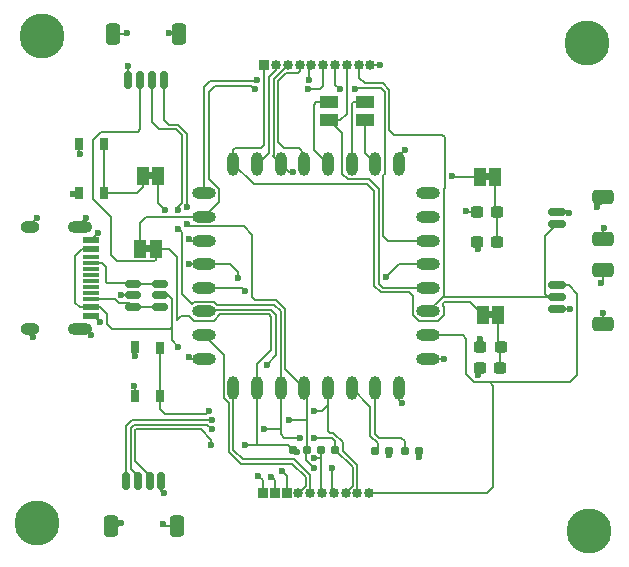
<source format=gbr>
%TF.GenerationSoftware,KiCad,Pcbnew,8.0.3*%
%TF.CreationDate,2024-10-14T16:47:46+01:00*%
%TF.ProjectId,nPM1300 kicad design,6e504d31-3330-4302-906b-696361642064,rev?*%
%TF.SameCoordinates,Original*%
%TF.FileFunction,Copper,L1,Top*%
%TF.FilePolarity,Positive*%
%FSLAX46Y46*%
G04 Gerber Fmt 4.6, Leading zero omitted, Abs format (unit mm)*
G04 Created by KiCad (PCBNEW 8.0.3) date 2024-10-14 16:47:46*
%MOMM*%
%LPD*%
G01*
G04 APERTURE LIST*
G04 Aperture macros list*
%AMRoundRect*
0 Rectangle with rounded corners*
0 $1 Rounding radius*
0 $2 $3 $4 $5 $6 $7 $8 $9 X,Y pos of 4 corners*
0 Add a 4 corners polygon primitive as box body*
4,1,4,$2,$3,$4,$5,$6,$7,$8,$9,$2,$3,0*
0 Add four circle primitives for the rounded corners*
1,1,$1+$1,$2,$3*
1,1,$1+$1,$4,$5*
1,1,$1+$1,$6,$7*
1,1,$1+$1,$8,$9*
0 Add four rect primitives between the rounded corners*
20,1,$1+$1,$2,$3,$4,$5,0*
20,1,$1+$1,$4,$5,$6,$7,0*
20,1,$1+$1,$6,$7,$8,$9,0*
20,1,$1+$1,$8,$9,$2,$3,0*%
G04 Aperture macros list end*
%TA.AperFunction,EtchedComponent*%
%ADD10C,0.000000*%
%TD*%
%TA.AperFunction,ComponentPad*%
%ADD11C,3.800000*%
%TD*%
%TA.AperFunction,SMDPad,CuDef*%
%ADD12RoundRect,0.150000X0.625000X-0.150000X0.625000X0.150000X-0.625000X0.150000X-0.625000X-0.150000X0*%
%TD*%
%TA.AperFunction,SMDPad,CuDef*%
%ADD13RoundRect,0.250000X0.650000X-0.350000X0.650000X0.350000X-0.650000X0.350000X-0.650000X-0.350000X0*%
%TD*%
%TA.AperFunction,SMDPad,CuDef*%
%ADD14RoundRect,0.160000X-0.197500X-0.160000X0.197500X-0.160000X0.197500X0.160000X-0.197500X0.160000X0*%
%TD*%
%TA.AperFunction,SMDPad,CuDef*%
%ADD15R,1.000000X1.500000*%
%TD*%
%TA.AperFunction,SMDPad,CuDef*%
%ADD16RoundRect,0.237500X0.300000X0.237500X-0.300000X0.237500X-0.300000X-0.237500X0.300000X-0.237500X0*%
%TD*%
%TA.AperFunction,SMDPad,CuDef*%
%ADD17R,0.650000X1.050000*%
%TD*%
%TA.AperFunction,SMDPad,CuDef*%
%ADD18RoundRect,0.150000X0.150000X0.625000X-0.150000X0.625000X-0.150000X-0.625000X0.150000X-0.625000X0*%
%TD*%
%TA.AperFunction,SMDPad,CuDef*%
%ADD19RoundRect,0.250000X0.350000X0.650000X-0.350000X0.650000X-0.350000X-0.650000X0.350000X-0.650000X0*%
%TD*%
%TA.AperFunction,SMDPad,CuDef*%
%ADD20O,2.000000X1.000000*%
%TD*%
%TA.AperFunction,SMDPad,CuDef*%
%ADD21O,1.000000X2.000000*%
%TD*%
%TA.AperFunction,SMDPad,CuDef*%
%ADD22R,1.450000X0.600000*%
%TD*%
%TA.AperFunction,SMDPad,CuDef*%
%ADD23R,1.450000X0.300000*%
%TD*%
%TA.AperFunction,ComponentPad*%
%ADD24O,2.100000X1.000000*%
%TD*%
%TA.AperFunction,ComponentPad*%
%ADD25O,1.600000X1.000000*%
%TD*%
%TA.AperFunction,SMDPad,CuDef*%
%ADD26R,1.500000X1.100000*%
%TD*%
%TA.AperFunction,SMDPad,CuDef*%
%ADD27RoundRect,0.150000X-0.150000X-0.625000X0.150000X-0.625000X0.150000X0.625000X-0.150000X0.625000X0*%
%TD*%
%TA.AperFunction,SMDPad,CuDef*%
%ADD28RoundRect,0.250000X-0.350000X-0.650000X0.350000X-0.650000X0.350000X0.650000X-0.350000X0.650000X0*%
%TD*%
%TA.AperFunction,SMDPad,CuDef*%
%ADD29RoundRect,0.150000X-0.512500X-0.150000X0.512500X-0.150000X0.512500X0.150000X-0.512500X0.150000X0*%
%TD*%
%TA.AperFunction,ComponentPad*%
%ADD30R,0.850000X0.850000*%
%TD*%
%TA.AperFunction,ComponentPad*%
%ADD31O,0.850000X0.850000*%
%TD*%
%TA.AperFunction,ViaPad*%
%ADD32C,0.600000*%
%TD*%
%TA.AperFunction,Conductor*%
%ADD33C,0.200000*%
%TD*%
G04 APERTURE END LIST*
D10*
%TA.AperFunction,EtchedComponent*%
%TO.C,JP4*%
G36*
X140050000Y-61100000D02*
G01*
X139550000Y-61100000D01*
X139550000Y-60500000D01*
X140050000Y-60500000D01*
X140050000Y-61100000D01*
G37*
%TD.AperFunction*%
%TA.AperFunction,EtchedComponent*%
%TO.C,JP1*%
G36*
X111500000Y-61000000D02*
G01*
X111000000Y-61000000D01*
X111000000Y-60400000D01*
X111500000Y-60400000D01*
X111500000Y-61000000D01*
G37*
%TD.AperFunction*%
%TA.AperFunction,EtchedComponent*%
%TO.C,JP3*%
G36*
X111300000Y-67200000D02*
G01*
X110800000Y-67200000D01*
X110800000Y-66600000D01*
X111300000Y-66600000D01*
X111300000Y-67200000D01*
G37*
%TD.AperFunction*%
%TA.AperFunction,EtchedComponent*%
%TO.C,JP2*%
G36*
X140300000Y-72800000D02*
G01*
X139800000Y-72800000D01*
X139800000Y-72200000D01*
X140300000Y-72200000D01*
X140300000Y-72800000D01*
G37*
%TD.AperFunction*%
%TD*%
D11*
%TO.P,H1,1*%
%TO.N,N/C*%
X101700000Y-90100000D03*
%TD*%
D12*
%TO.P,J5,1,Pin_1*%
%TO.N,/VBAT*%
X145700000Y-64800000D03*
%TO.P,J5,2,Pin_2*%
%TO.N,GND*%
X145700000Y-63800000D03*
D13*
%TO.P,J5,MP,MountPin*%
X149575000Y-66100000D03*
X149575000Y-62500000D03*
%TD*%
D14*
%TO.P,R4,1*%
%TO.N,Net-(U2-VSET1)*%
X132802500Y-84000000D03*
%TO.P,R4,2*%
%TO.N,GND*%
X133997500Y-84000000D03*
%TD*%
D15*
%TO.P,JP4,1,A*%
%TO.N,/LS1_OUT*%
X139150000Y-60800000D03*
%TO.P,JP4,2,B*%
%TO.N,Net-(JP4-B)*%
X140450000Y-60800000D03*
%TD*%
%TO.P,JP1,1,A*%
%TO.N,Net-(JP1-A)*%
X110600000Y-60700000D03*
%TO.P,JP1,2,B*%
%TO.N,/GPIO0*%
X111900000Y-60700000D03*
%TD*%
D16*
%TO.P,C1,1*%
%TO.N,Net-(JP2-B)*%
X140925000Y-75200000D03*
%TO.P,C1,2*%
%TO.N,GND*%
X139200000Y-75200000D03*
%TD*%
D15*
%TO.P,JP3,1,A*%
%TO.N,+3V3*%
X110400000Y-66900000D03*
%TO.P,JP3,2,B*%
%TO.N,VDDIO*%
X111700000Y-66900000D03*
%TD*%
D17*
%TO.P,SW2,1,1*%
%TO.N,GND*%
X105225000Y-62175000D03*
X105225000Y-58025000D03*
%TO.P,SW2,2,2*%
%TO.N,Net-(JP1-A)*%
X107375000Y-62175000D03*
X107375000Y-58050000D03*
%TD*%
D15*
%TO.P,JP2,1,A*%
%TO.N,/LS2_OUT*%
X139400000Y-72500000D03*
%TO.P,JP2,2,B*%
%TO.N,Net-(JP2-B)*%
X140700000Y-72500000D03*
%TD*%
D11*
%TO.P,H3,1*%
%TO.N,N/C*%
X148400000Y-90800000D03*
%TD*%
D16*
%TO.P,C4,1*%
%TO.N,Net-(JP4-B)*%
X140625000Y-63790000D03*
%TO.P,C4,2*%
%TO.N,GND*%
X138900000Y-63790000D03*
%TD*%
D11*
%TO.P,H2,1*%
%TO.N,N/C*%
X102100000Y-48900000D03*
%TD*%
D14*
%TO.P,R3,1*%
%TO.N,Net-(U2-VSET2)*%
X130297500Y-84000000D03*
%TO.P,R3,2*%
%TO.N,GND*%
X131492500Y-84000000D03*
%TD*%
D16*
%TO.P,C3,1*%
%TO.N,Net-(JP4-B)*%
X140625000Y-66300000D03*
%TO.P,C3,2*%
%TO.N,GND*%
X138900000Y-66300000D03*
%TD*%
D18*
%TO.P,J7,1,Pin_1*%
%TO.N,/SCL*%
X112400000Y-52600000D03*
%TO.P,J7,2,Pin_2*%
%TO.N,/SDA*%
X111400000Y-52600000D03*
%TO.P,J7,3,Pin_3*%
%TO.N,VDDIO*%
X110400000Y-52600000D03*
%TO.P,J7,4,Pin_4*%
%TO.N,GND*%
X109400000Y-52600000D03*
D19*
%TO.P,J7,MP,MountPin*%
X113700000Y-48725000D03*
X108100000Y-48725000D03*
%TD*%
D11*
%TO.P,H4,1*%
%TO.N,N/C*%
X148200000Y-49500000D03*
%TD*%
D14*
%TO.P,R2,1*%
%TO.N,VDDIO*%
X125700000Y-83900000D03*
%TO.P,R2,2*%
%TO.N,/SDA*%
X126895000Y-83900000D03*
%TD*%
%TO.P,R1,1*%
%TO.N,VDDIO*%
X123300000Y-83900000D03*
%TO.P,R1,2*%
%TO.N,/SCL*%
X124495000Y-83900000D03*
%TD*%
D12*
%TO.P,J4,1,Pin_1*%
%TO.N,GND*%
X145725000Y-72000000D03*
%TO.P,J4,2,Pin_2*%
%TO.N,/VBAT*%
X145725000Y-71000000D03*
%TO.P,J4,3,Pin_3*%
%TO.N,/NTC*%
X145725000Y-70000000D03*
D13*
%TO.P,J4,MP,MountPin*%
%TO.N,GND*%
X149600000Y-73300000D03*
X149600000Y-68700000D03*
%TD*%
D16*
%TO.P,C2,1*%
%TO.N,Net-(JP2-B)*%
X140887500Y-77000000D03*
%TO.P,C2,2*%
%TO.N,GND*%
X139162500Y-77000000D03*
%TD*%
D20*
%TO.P,U2,1,VOUT1*%
%TO.N,+1V8*%
X115800000Y-62200000D03*
%TO.P,U2,2,VOUT2*%
%TO.N,+3V3*%
X115800000Y-64200000D03*
%TO.P,U2,3,GND*%
%TO.N,GND*%
X115800000Y-66200000D03*
%TO.P,U2,4,GPIO0*%
%TO.N,/GPIO0*%
X115800000Y-68200000D03*
%TO.P,U2,5,GPIO1*%
%TO.N,/GPIO1*%
X115800000Y-70200000D03*
%TO.P,U2,6,GPIO2*%
%TO.N,/GPIO2*%
X115800000Y-72200000D03*
%TO.P,U2,7,GPIO3*%
%TO.N,/GPIO3*%
X115800000Y-74200000D03*
%TO.P,U2,8,GND*%
%TO.N,GND*%
X115800000Y-76200000D03*
D21*
%TO.P,U2,9,GPIO4*%
%TO.N,/GPIO4*%
X118300000Y-78700000D03*
%TO.P,U2,10,VDDIO*%
%TO.N,VDDIO*%
X120300000Y-78700000D03*
%TO.P,U2,11,SDA*%
%TO.N,/SDA*%
X122300000Y-78700000D03*
%TO.P,U2,12,SCL*%
%TO.N,/SCL*%
X124300000Y-78700000D03*
%TO.P,U2,13,SHPHLD*%
%TO.N,/SHPHLD*%
X126300000Y-78700000D03*
%TO.P,U2,14,VSET2*%
%TO.N,Net-(U2-VSET2)*%
X128300000Y-78700000D03*
%TO.P,U2,15,VSET1*%
%TO.N,Net-(U2-VSET1)*%
X130300000Y-78700000D03*
%TO.P,U2,16,GND*%
%TO.N,GND*%
X132300000Y-78700000D03*
D20*
%TO.P,U2,17,GND*%
X134800000Y-76200000D03*
%TO.P,U2,18,NTC*%
%TO.N,/NTC*%
X134800000Y-74200000D03*
%TO.P,U2,19,VBAT*%
%TO.N,/VBAT*%
X134800000Y-72200000D03*
%TO.P,U2,20,VSYS*%
%TO.N,VSYS*%
X134800000Y-70200000D03*
%TO.P,U2,21,VBUS_IN*%
%TO.N,Net-(U1-VBUS)*%
X134800000Y-68200000D03*
%TO.P,U2,22,VBUS_OUT*%
%TO.N,/VBUS_OUT*%
X134800000Y-66200000D03*
%TO.P,U2,23,CC1*%
%TO.N,unconnected-(U2-CC1-Pad23)*%
X134800000Y-64200000D03*
%TO.P,U2,24,CC2*%
%TO.N,unconnected-(U2-CC2-Pad24)*%
X134800000Y-62200000D03*
D21*
%TO.P,U2,25,GND*%
%TO.N,GND*%
X132300000Y-59700000D03*
%TO.P,U2,26,LED0*%
%TO.N,Net-(D1-BK)*%
X130300000Y-59700000D03*
%TO.P,U2,27,LED1*%
%TO.N,Net-(D1-GK)*%
X128300000Y-59700000D03*
%TO.P,U2,28,LED2*%
%TO.N,Net-(D1-RK)*%
X126300000Y-59700000D03*
%TO.P,U2,29,LS1_IN*%
%TO.N,/LS1_IN*%
X124300000Y-59700000D03*
%TO.P,U2,30,LS1_OUT*%
%TO.N,/LS1_OUT*%
X122300000Y-59700000D03*
%TO.P,U2,31,LS2_IN*%
%TO.N,/LS2_IN*%
X120300000Y-59700000D03*
%TO.P,U2,32,LS2_OUT*%
%TO.N,/LS2_OUT*%
X118300000Y-59700000D03*
%TD*%
D22*
%TO.P,J1,A1,GND*%
%TO.N,GND*%
X106195000Y-66130000D03*
%TO.P,J1,A4,VBUS*%
%TO.N,Net-(U1-VBUS)*%
X106195000Y-66930000D03*
D23*
%TO.P,J1,A5,CC1*%
%TO.N,Net-(J1-CC1)*%
X106195000Y-68130000D03*
%TO.P,J1,A6,D+*%
%TO.N,unconnected-(J1-D+-PadA6)*%
X106195000Y-69130000D03*
%TO.P,J1,A7,D-*%
%TO.N,unconnected-(J1-D--PadA7)*%
X106195000Y-69630000D03*
%TO.P,J1,A8*%
%TO.N,N/C*%
X106195000Y-70630000D03*
D22*
%TO.P,J1,A9,VBUS*%
%TO.N,Net-(U1-VBUS)*%
X106195000Y-71830000D03*
%TO.P,J1,A12,GND*%
%TO.N,GND*%
X106195000Y-72630000D03*
%TO.P,J1,B1,GND*%
X106195000Y-72630000D03*
%TO.P,J1,B4,VBUS*%
%TO.N,Net-(U1-VBUS)*%
X106195000Y-71830000D03*
D23*
%TO.P,J1,B5,CC2*%
%TO.N,Net-(J1-CC2)*%
X106195000Y-71130000D03*
%TO.P,J1,B6,D+*%
%TO.N,unconnected-(J1-D+-PadB6)*%
X106195000Y-70130000D03*
%TO.P,J1,B7,D-*%
%TO.N,unconnected-(J1-D--PadB7)*%
X106195000Y-68630000D03*
%TO.P,J1,B8*%
%TO.N,N/C*%
X106195000Y-67630000D03*
D22*
%TO.P,J1,B9,VBUS*%
%TO.N,Net-(U1-VBUS)*%
X106195000Y-66930000D03*
%TO.P,J1,B12,GND*%
%TO.N,GND*%
X106195000Y-66130000D03*
D24*
%TO.P,J1,S1,SHIELD*%
X105280000Y-65060000D03*
D25*
X101100000Y-65060000D03*
D24*
X105280000Y-73700000D03*
D25*
X101100000Y-73700000D03*
%TD*%
D17*
%TO.P,SW1,1,1*%
%TO.N,GND*%
X109950000Y-79400000D03*
X109950000Y-75250000D03*
%TO.P,SW1,2,2*%
%TO.N,/SHPHLD*%
X112100000Y-79400000D03*
X112100000Y-75275000D03*
%TD*%
D26*
%TO.P,D1,1,RK*%
%TO.N,Net-(D1-RK)*%
X126400000Y-54500000D03*
%TO.P,D1,2,GK*%
%TO.N,Net-(D1-GK)*%
X129400000Y-54500000D03*
%TO.P,D1,3,BK*%
%TO.N,Net-(D1-BK)*%
X129400000Y-56000000D03*
%TO.P,D1,4,A*%
%TO.N,VSYS*%
X126400000Y-56000000D03*
%TD*%
D27*
%TO.P,J6,1,Pin_1*%
%TO.N,/SCL*%
X109200000Y-86525000D03*
%TO.P,J6,2,Pin_2*%
%TO.N,/SDA*%
X110200000Y-86525000D03*
%TO.P,J6,3,Pin_3*%
%TO.N,VDDIO*%
X111200000Y-86525000D03*
%TO.P,J6,4,Pin_4*%
%TO.N,GND*%
X112200000Y-86525000D03*
D28*
%TO.P,J6,MP,MountPin*%
X107900000Y-90400000D03*
X113500000Y-90400000D03*
%TD*%
D29*
%TO.P,U1,1,I/O1*%
%TO.N,Net-(J1-CC1)*%
X109825000Y-69900000D03*
%TO.P,U1,2,GND*%
%TO.N,GND*%
X109825000Y-70850000D03*
%TO.P,U1,3,I/O2*%
%TO.N,Net-(J1-CC2)*%
X109825000Y-71800000D03*
%TO.P,U1,4,I/O2*%
X112100000Y-71800000D03*
%TO.P,U1,5,VBUS*%
%TO.N,Net-(U1-VBUS)*%
X112100000Y-70850000D03*
%TO.P,U1,6,I/O1*%
%TO.N,Net-(J1-CC1)*%
X112100000Y-69900000D03*
%TD*%
D30*
%TO.P,J2,1,Pin_1*%
%TO.N,/GPIO0*%
X120800000Y-87600000D03*
%TO.P,J2,2,Pin_2*%
%TO.N,/GPIO1*%
X121800000Y-87600000D03*
%TO.P,J2,3,Pin_3*%
%TO.N,/GPIO2*%
X122800000Y-87600000D03*
D31*
%TO.P,J2,4,Pin_4*%
%TO.N,/GPIO3*%
X123800000Y-87600000D03*
%TO.P,J2,5,Pin_5*%
%TO.N,/GPIO4*%
X124800000Y-87600000D03*
%TO.P,J2,6,Pin_6*%
%TO.N,VDDIO*%
X125800000Y-87600000D03*
%TO.P,J2,7,Pin_7*%
%TO.N,/SCL*%
X126800000Y-87600000D03*
%TO.P,J2,8,Pin_8*%
%TO.N,/SDA*%
X127800000Y-87600000D03*
%TO.P,J2,9,Pin_9*%
%TO.N,/SHPHLD*%
X128800000Y-87600000D03*
%TO.P,J2,10,Pin_10*%
%TO.N,/NTC*%
X129800000Y-87600000D03*
%TD*%
D30*
%TO.P,J3,1,Pin_1*%
%TO.N,/LS2_OUT*%
X120900000Y-51300000D03*
D31*
%TO.P,J3,2,Pin_2*%
%TO.N,/LS2_IN*%
X121900000Y-51300000D03*
%TO.P,J3,3,Pin_3*%
%TO.N,/LS1_OUT*%
X122900000Y-51300000D03*
%TO.P,J3,4,Pin_4*%
%TO.N,/LS1_IN*%
X123900000Y-51300000D03*
%TO.P,J3,5,Pin_5*%
%TO.N,+1V8*%
X124900000Y-51300000D03*
%TO.P,J3,6,Pin_6*%
%TO.N,+3V3*%
X125900000Y-51300000D03*
%TO.P,J3,7,Pin_7*%
%TO.N,/VBUS_OUT*%
X126900000Y-51300000D03*
%TO.P,J3,8,Pin_8*%
%TO.N,VSYS*%
X127900000Y-51300000D03*
%TO.P,J3,9,Pin_9*%
%TO.N,/VBAT*%
X128900000Y-51300000D03*
%TO.P,J3,10,Pin_10*%
%TO.N,GND*%
X129900000Y-51300000D03*
%TD*%
D32*
%TO.N,VDDIO*%
X119300000Y-83500000D03*
X123640514Y-84130559D03*
X116400000Y-83500000D03*
X125100000Y-84600000D03*
%TO.N,/SDA*%
X116500000Y-82200000D03*
X125095000Y-82900000D03*
X113600000Y-65200000D03*
X113625401Y-63600000D03*
X123895000Y-82900000D03*
X120900000Y-82200000D03*
%TO.N,/SHPHLD*%
X116247016Y-80641049D03*
X125100000Y-80600000D03*
%TO.N,/GPIO0*%
X118700000Y-69400000D03*
X120400000Y-86100000D03*
X112500000Y-63600000D03*
X114500000Y-68200000D03*
%TO.N,/GPIO2*%
X121100000Y-76700000D03*
X122400000Y-85700000D03*
%TO.N,/GPIO1*%
X119300000Y-70500000D03*
X121500000Y-86200000D03*
%TO.N,/SCL*%
X114400000Y-64800000D03*
X125100000Y-85500000D03*
X114400000Y-63400000D03*
X116500000Y-81399997D03*
X126600000Y-85500000D03*
X123000000Y-81400000D03*
%TO.N,+3V3*%
X124586863Y-53391962D03*
X120080222Y-53369222D03*
%TO.N,/LS1_OUT*%
X136800000Y-60700000D03*
X123300000Y-60400000D03*
%TO.N,/VBUS_OUT*%
X128600000Y-53400000D03*
X127300000Y-53400000D03*
%TO.N,GND*%
X134000000Y-84500000D03*
X106200000Y-74200000D03*
X139000000Y-77600000D03*
X139200000Y-74500000D03*
X105800000Y-64300000D03*
X106800000Y-65600000D03*
X149100000Y-63400000D03*
X104700000Y-62300000D03*
X112800000Y-48600000D03*
X139000000Y-66900000D03*
X149700000Y-65100000D03*
X131500000Y-84400000D03*
X109900000Y-78500000D03*
X132600000Y-80000000D03*
X138000000Y-63700000D03*
X146800000Y-72000000D03*
X132800000Y-58500000D03*
X109300000Y-48600000D03*
X105300000Y-58900000D03*
X149600000Y-72300000D03*
X146700000Y-63900000D03*
X149400000Y-69800000D03*
X107000000Y-73100000D03*
X108800000Y-70800000D03*
X110000000Y-76000000D03*
X108800000Y-90100000D03*
X130700000Y-51300000D03*
X136100000Y-76200000D03*
X101300000Y-74400000D03*
X109400000Y-51400000D03*
X114500000Y-66100000D03*
X112400000Y-87600000D03*
X101700000Y-64300000D03*
X114500000Y-76100000D03*
X112300000Y-90200000D03*
%TO.N,+1V8*%
X120300000Y-52600000D03*
X124700000Y-52600000D03*
%TO.N,Net-(U1-VBUS)*%
X113600000Y-75200000D03*
X131200000Y-69300000D03*
%TD*%
D33*
%TO.N,Net-(D1-GK)*%
X129400000Y-54500000D02*
X128450000Y-54500000D01*
X128450000Y-54500000D02*
X128300000Y-54650000D01*
X128300000Y-54650000D02*
X128300000Y-59700000D01*
%TO.N,Net-(D1-RK)*%
X125100000Y-54700000D02*
X125100000Y-58500000D01*
X125100000Y-58500000D02*
X126300000Y-59700000D01*
X125300000Y-54500000D02*
X125100000Y-54700000D01*
X126400000Y-54500000D02*
X125300000Y-54500000D01*
%TO.N,Net-(D1-BK)*%
X129400000Y-58800000D02*
X130300000Y-59700000D01*
X129400000Y-56000000D02*
X129400000Y-58800000D01*
%TO.N,VSYS*%
X134800000Y-70200000D02*
X130950000Y-70200000D01*
X130600000Y-61850000D02*
X129750000Y-61000000D01*
X126400000Y-56000000D02*
X127350000Y-56000000D01*
X127500000Y-57100000D02*
X126400000Y-56000000D01*
X127500000Y-60531371D02*
X127500000Y-57100000D01*
X127350000Y-56000000D02*
X127900000Y-55450000D01*
X130600000Y-69850000D02*
X130600000Y-61850000D01*
X127968629Y-61000000D02*
X127500000Y-60531371D01*
X129750000Y-61000000D02*
X127968629Y-61000000D01*
X127900000Y-55450000D02*
X127900000Y-51300000D01*
X130950000Y-70200000D02*
X130600000Y-69850000D01*
%TO.N,VDDIO*%
X120300000Y-83500000D02*
X122900000Y-83500000D01*
X111200000Y-86109448D02*
X111200000Y-86525000D01*
X112800000Y-66900000D02*
X111700000Y-66900000D01*
X125100000Y-84600000D02*
X125600000Y-84600000D01*
X125700000Y-84500000D02*
X125700000Y-87500000D01*
X120300000Y-78700000D02*
X120300000Y-76651471D01*
X107100000Y-57000000D02*
X106400000Y-57700000D01*
X108440686Y-67950000D02*
X111600000Y-67950000D01*
X107900000Y-64200000D02*
X107900000Y-67409314D01*
X117181371Y-72450000D02*
X116631371Y-73000000D01*
X113500000Y-67600000D02*
X112800000Y-66900000D01*
X121284314Y-72450000D02*
X117181371Y-72450000D01*
X111600000Y-67950000D02*
X111700000Y-67850000D01*
X115549997Y-82199997D02*
X110031375Y-82199997D01*
X123409955Y-83900000D02*
X123640514Y-84130559D01*
X110400000Y-52600000D02*
X110400000Y-56800000D01*
X123300000Y-83900000D02*
X123409955Y-83900000D01*
X125700000Y-83900000D02*
X125700000Y-84500000D01*
X113500000Y-72900000D02*
X113500000Y-67600000D01*
X120300000Y-83500000D02*
X119300000Y-83500000D01*
X125700000Y-87500000D02*
X125800000Y-87600000D01*
X120300000Y-78700000D02*
X120300000Y-83500000D01*
X110400000Y-56800000D02*
X110200000Y-57000000D01*
X111700000Y-67850000D02*
X111700000Y-66900000D01*
X116631371Y-73000000D02*
X114968629Y-73000000D01*
X114518629Y-72550000D02*
X113850000Y-72550000D01*
X113850000Y-72550000D02*
X113500000Y-72900000D01*
X121500000Y-72665686D02*
X121284314Y-72450000D01*
X106400000Y-62700000D02*
X107900000Y-64200000D01*
X107900000Y-67409314D02*
X108440686Y-67950000D01*
X110000000Y-82231372D02*
X110000000Y-84909448D01*
X122900000Y-83500000D02*
X123300000Y-83900000D01*
X125600000Y-84600000D02*
X125700000Y-84500000D01*
X110031375Y-82199997D02*
X110000000Y-82231372D01*
X116400000Y-83500000D02*
X116400000Y-83050000D01*
X116400000Y-83050000D02*
X115549997Y-82199997D01*
X106400000Y-57700000D02*
X106400000Y-62700000D01*
X120300000Y-76651471D02*
X121500000Y-75451471D01*
X121500000Y-75451471D02*
X121500000Y-72665686D01*
X114968629Y-73000000D02*
X114518629Y-72550000D01*
X110200000Y-57000000D02*
X107100000Y-57000000D01*
X110000000Y-84909448D02*
X111200000Y-86109448D01*
%TO.N,/GPIO4*%
X124800000Y-86048529D02*
X124800000Y-87600000D01*
X118300000Y-78700000D02*
X118300000Y-83900000D01*
X123451471Y-84700000D02*
X124800000Y-86048529D01*
X118300000Y-83900000D02*
X119100000Y-84700000D01*
X119100000Y-84700000D02*
X123451471Y-84700000D01*
%TO.N,/SDA*%
X112000000Y-56800000D02*
X113400000Y-56800000D01*
X126600000Y-82900000D02*
X126895000Y-83195000D01*
X113900000Y-57300000D02*
X113900000Y-63051471D01*
X114968629Y-71400000D02*
X116631371Y-71400000D01*
X113900000Y-70700000D02*
X114784315Y-71584315D01*
X113900000Y-65500000D02*
X113900000Y-70700000D01*
X128400000Y-85405000D02*
X128400000Y-86974695D01*
X109865689Y-81799997D02*
X109600000Y-82065686D01*
X114784315Y-71584315D02*
X114968629Y-71400000D01*
X116051471Y-81799997D02*
X109865689Y-81799997D01*
X111400000Y-56200000D02*
X112000000Y-56800000D01*
X116451474Y-82200000D02*
X116051471Y-81799997D01*
X111400000Y-52600000D02*
X111400000Y-56200000D01*
X113600000Y-65200000D02*
X113900000Y-65500000D01*
X116881371Y-71650000D02*
X121750000Y-71650000D01*
X122300000Y-82600000D02*
X122600000Y-82900000D01*
X110200000Y-86525000D02*
X110200000Y-86109448D01*
X110200000Y-86109448D02*
X109600000Y-85509448D01*
X122300000Y-82200000D02*
X122300000Y-82600000D01*
X128075000Y-87325000D02*
X127800000Y-87600000D01*
X122600000Y-82900000D02*
X123895000Y-82900000D01*
X113625401Y-63326070D02*
X113625401Y-63600000D01*
X109600000Y-82065686D02*
X109600000Y-85509448D01*
X116631371Y-71400000D02*
X116881371Y-71650000D01*
X128400000Y-86974695D02*
X128075000Y-87299695D01*
X126895000Y-83900000D02*
X128400000Y-85405000D01*
X120900000Y-82200000D02*
X122300000Y-82200000D01*
X113900000Y-63051471D02*
X113625401Y-63326070D01*
X113400000Y-56800000D02*
X113900000Y-57300000D01*
X116500000Y-82200000D02*
X116451474Y-82200000D01*
X128075000Y-87299695D02*
X128075000Y-87325000D01*
X126895000Y-83195000D02*
X126895000Y-83900000D01*
X122300000Y-72200000D02*
X122300000Y-78700000D01*
X121750000Y-71650000D02*
X122300000Y-72200000D01*
X125095000Y-82900000D02*
X126600000Y-82900000D01*
X122300000Y-78700000D02*
X122300000Y-82200000D01*
%TO.N,/NTC*%
X146800000Y-78200000D02*
X147400000Y-77600000D01*
X134800000Y-74200000D02*
X137700000Y-74200000D01*
X139800000Y-87600000D02*
X140300000Y-87100000D01*
X137700000Y-74200000D02*
X138000000Y-74500000D01*
X140000000Y-78200000D02*
X146800000Y-78200000D01*
X138000000Y-77500000D02*
X138700000Y-78200000D01*
X146700000Y-70000000D02*
X145725000Y-70000000D01*
X138700000Y-78200000D02*
X140000000Y-78200000D01*
X140300000Y-78500000D02*
X140000000Y-78200000D01*
X147400000Y-70700000D02*
X146700000Y-70000000D01*
X147400000Y-77600000D02*
X147400000Y-70700000D01*
X138000000Y-74500000D02*
X138000000Y-77500000D01*
X129800000Y-87600000D02*
X139800000Y-87600000D01*
X140300000Y-87100000D02*
X140300000Y-78500000D01*
%TO.N,/GPIO3*%
X124400000Y-86214215D02*
X123285785Y-85100000D01*
X123800000Y-87600000D02*
X124075000Y-87325000D01*
X117900000Y-84065686D02*
X117900000Y-79931371D01*
X117500000Y-75900000D02*
X115800000Y-74200000D01*
X124400000Y-86974695D02*
X124400000Y-86214215D01*
X124075000Y-87325000D02*
X124075000Y-87299695D01*
X117900000Y-79931371D02*
X117500000Y-79531371D01*
X118700000Y-84865685D02*
X118634314Y-84800000D01*
X123285785Y-85100000D02*
X118934314Y-85100000D01*
X118634314Y-84800000D02*
X117900000Y-84065686D01*
X124075000Y-87299695D02*
X124400000Y-86974695D01*
X117500000Y-79531371D02*
X117500000Y-75900000D01*
X118934314Y-85100000D02*
X118700000Y-84865685D01*
%TO.N,/SHPHLD*%
X126300000Y-80100000D02*
X126300000Y-78700000D01*
X127552500Y-83286814D02*
X127552500Y-83991814D01*
X126300000Y-78700000D02*
X126300000Y-82350000D01*
X127552500Y-83991814D02*
X128800000Y-85239314D01*
X125100000Y-80600000D02*
X125800000Y-80600000D01*
X112100000Y-79400000D02*
X112100000Y-80500000D01*
X125800000Y-80600000D02*
X126300000Y-80100000D01*
X112100000Y-80500000D02*
X112500000Y-80900000D01*
X112500000Y-80900000D02*
X115988065Y-80900000D01*
X128800000Y-85239314D02*
X128800000Y-87600000D01*
X115988065Y-80900000D02*
X116247016Y-80641049D01*
X126765686Y-82500000D02*
X127552500Y-83286814D01*
X126300000Y-82350000D02*
X126450000Y-82500000D01*
X112100000Y-75275000D02*
X112100000Y-79400000D01*
X126450000Y-82500000D02*
X126765686Y-82500000D01*
%TO.N,/GPIO0*%
X112500000Y-63600000D02*
X111900000Y-63000000D01*
X118700000Y-69400000D02*
X118700000Y-68900000D01*
X118000000Y-68200000D02*
X115800000Y-68200000D01*
X118700000Y-68900000D02*
X118000000Y-68200000D01*
X115800000Y-68200000D02*
X114500000Y-68200000D01*
X120800000Y-87600000D02*
X120800000Y-86500000D01*
X120800000Y-86500000D02*
X120400000Y-86100000D01*
X111900000Y-63000000D02*
X111900000Y-60700000D01*
%TO.N,/GPIO2*%
X116715686Y-72050000D02*
X116615686Y-71950000D01*
X116615686Y-71950000D02*
X116050000Y-71950000D01*
X121900000Y-72500000D02*
X121450000Y-72050000D01*
X122800000Y-87600000D02*
X122800000Y-86100000D01*
X121100000Y-76700000D02*
X121900000Y-75900000D01*
X121900000Y-75900000D02*
X121900000Y-72500000D01*
X121450000Y-72050000D02*
X116715686Y-72050000D01*
X116050000Y-71950000D02*
X115800000Y-72200000D01*
X122800000Y-86100000D02*
X122400000Y-85700000D01*
%TO.N,/GPIO1*%
X119000000Y-70200000D02*
X115800000Y-70200000D01*
X119300000Y-70500000D02*
X119000000Y-70200000D01*
X121800000Y-87600000D02*
X121800000Y-86500000D01*
X121800000Y-86500000D02*
X121500000Y-86200000D01*
%TO.N,/SCL*%
X122700000Y-72034314D02*
X121915686Y-71250000D01*
X112400000Y-56000000D02*
X112800000Y-56400000D01*
X119900000Y-71000000D02*
X119900000Y-65750000D01*
X109700003Y-81399997D02*
X109200000Y-81900000D01*
X116500000Y-81399997D02*
X109700003Y-81399997D01*
X126800000Y-87600000D02*
X126700000Y-87600000D01*
X114400000Y-57200000D02*
X114400000Y-63400000D01*
X124400000Y-83995000D02*
X124495000Y-83900000D01*
X112400000Y-52600000D02*
X112400000Y-56000000D01*
X109200000Y-81900000D02*
X109200000Y-86525000D01*
X112800000Y-56400000D02*
X113600000Y-56400000D01*
X124300000Y-78700000D02*
X122700000Y-77100000D01*
X121915686Y-71250000D02*
X120150000Y-71250000D01*
X126600000Y-87500000D02*
X126600000Y-85500000D01*
X124400000Y-84800000D02*
X124400000Y-83995000D01*
X124495000Y-78895000D02*
X124300000Y-78700000D01*
X123000000Y-81400000D02*
X124495000Y-81400000D01*
X122700000Y-77100000D02*
X122700000Y-72034314D01*
X119150000Y-65000000D02*
X114600000Y-65000000D01*
X119900000Y-65750000D02*
X119150000Y-65000000D01*
X126700000Y-87600000D02*
X126600000Y-87500000D01*
X113600000Y-56400000D02*
X114400000Y-57200000D01*
X125100000Y-85500000D02*
X124400000Y-84800000D01*
X120150000Y-71250000D02*
X119900000Y-71000000D01*
X124495000Y-83900000D02*
X124495000Y-81400000D01*
X114600000Y-65000000D02*
X114400000Y-64800000D01*
X124495000Y-81400000D02*
X124495000Y-78895000D01*
%TO.N,/LS2_OUT*%
X138300000Y-71400000D02*
X136165686Y-71400000D01*
X133500000Y-72531371D02*
X133500000Y-70900000D01*
X130200000Y-62015686D02*
X129584314Y-61400000D01*
X136165686Y-71400000D02*
X136000000Y-71565686D01*
X133500000Y-70900000D02*
X133200000Y-70600000D01*
X136100000Y-71868629D02*
X136100000Y-72531371D01*
X118300000Y-58500000D02*
X118400000Y-58400000D01*
X133968629Y-73000000D02*
X133500000Y-72531371D01*
X130200000Y-70015686D02*
X130200000Y-62015686D01*
X136000000Y-71565686D02*
X136000000Y-71768629D01*
X135631371Y-73000000D02*
X133968629Y-73000000D01*
X136000000Y-71768629D02*
X136100000Y-71868629D01*
X120900000Y-58100000D02*
X120900000Y-51300000D01*
X136100000Y-72531371D02*
X135631371Y-73000000D01*
X139400000Y-72500000D02*
X138300000Y-71400000D01*
X118300000Y-59700000D02*
X118300000Y-58500000D01*
X130784314Y-70600000D02*
X130200000Y-70015686D01*
X120000000Y-61400000D02*
X118300000Y-59700000D01*
X133200000Y-70600000D02*
X130784314Y-70600000D01*
X120600000Y-58400000D02*
X120900000Y-58100000D01*
X129584314Y-61400000D02*
X120000000Y-61400000D01*
X118400000Y-58400000D02*
X120600000Y-58400000D01*
%TO.N,+3V3*%
X117100000Y-62900000D02*
X117100000Y-61868629D01*
X116200000Y-53650000D02*
X116750000Y-53100000D01*
X116750000Y-53100000D02*
X119811000Y-53100000D01*
X116200000Y-60968629D02*
X116200000Y-53650000D01*
X117100000Y-61868629D02*
X116200000Y-60968629D01*
X119811000Y-53100000D02*
X120080222Y-53369222D01*
X110400000Y-66900000D02*
X110400000Y-64700000D01*
X115800000Y-64200000D02*
X117100000Y-62900000D01*
X110900000Y-64200000D02*
X115800000Y-64200000D01*
X110400000Y-64700000D02*
X110900000Y-64200000D01*
X124586863Y-53391962D02*
X125608038Y-53391962D01*
X125900000Y-53100000D02*
X125900000Y-51300000D01*
X125608038Y-53391962D02*
X125900000Y-53100000D01*
%TO.N,/VBAT*%
X136200000Y-61768629D02*
X136200000Y-57475000D01*
X136100000Y-70900000D02*
X136100000Y-61868629D01*
X145725000Y-71000000D02*
X144950001Y-71000000D01*
X144950001Y-71000000D02*
X144650000Y-70699999D01*
X129400000Y-52900000D02*
X128900000Y-52400000D01*
X134800000Y-72200000D02*
X135800000Y-71200000D01*
X136100000Y-61868629D02*
X136200000Y-61768629D01*
X135800000Y-71200000D02*
X136000000Y-71000000D01*
X131500000Y-56875000D02*
X131500000Y-53434314D01*
X144650000Y-65850000D02*
X145700000Y-64800000D01*
X135800000Y-71200000D02*
X136100000Y-70900000D01*
X130965686Y-52900000D02*
X129400000Y-52900000D01*
X144650000Y-70699999D02*
X144650000Y-65850000D01*
X136200000Y-57475000D02*
X135975000Y-57250000D01*
X128900000Y-52400000D02*
X128900000Y-51300000D01*
X131500000Y-53434314D02*
X130965686Y-52900000D01*
X131875000Y-57250000D02*
X131500000Y-56875000D01*
X136000000Y-71000000D02*
X145725000Y-71000000D01*
X135975000Y-57250000D02*
X131875000Y-57250000D01*
%TO.N,/LS1_OUT*%
X121700000Y-58965686D02*
X121700000Y-52525305D01*
X122300000Y-59700000D02*
X121632843Y-59032843D01*
X121632843Y-59032843D02*
X121700000Y-58965686D01*
X139150000Y-60800000D02*
X136900000Y-60800000D01*
X121700000Y-52525305D02*
X122900000Y-51325305D01*
X122900000Y-51325305D02*
X122900000Y-51300000D01*
X123000000Y-60400000D02*
X122300000Y-59700000D01*
X136900000Y-60800000D02*
X136800000Y-60700000D01*
X123300000Y-60400000D02*
X123000000Y-60400000D01*
%TO.N,/LS1_IN*%
X123900000Y-51850000D02*
X123900000Y-51300000D01*
X123725000Y-52025000D02*
X123900000Y-51850000D01*
X122100000Y-52700000D02*
X122775000Y-52025000D01*
X124300000Y-59700000D02*
X124300000Y-58850000D01*
X122600000Y-58400000D02*
X122100000Y-57900000D01*
X123850000Y-58400000D02*
X122600000Y-58400000D01*
X122100000Y-57900000D02*
X122100000Y-52700000D01*
X122775000Y-52025000D02*
X123725000Y-52025000D01*
X124300000Y-58850000D02*
X123850000Y-58400000D01*
%TO.N,/VBUS_OUT*%
X130800000Y-53300000D02*
X128700000Y-53300000D01*
X131000000Y-60631371D02*
X131100000Y-60531371D01*
X128700000Y-53300000D02*
X128600000Y-53400000D01*
X131350000Y-66200000D02*
X131000000Y-65850000D01*
X127300000Y-53400000D02*
X126900000Y-53000000D01*
X131000000Y-65850000D02*
X131000000Y-60631371D01*
X131100000Y-60531371D02*
X131100000Y-53600000D01*
X134800000Y-66200000D02*
X131350000Y-66200000D01*
X131100000Y-53600000D02*
X130800000Y-53300000D01*
X126900000Y-53000000D02*
X126900000Y-51300000D01*
%TO.N,/LS2_IN*%
X120400000Y-59700000D02*
X121300000Y-58800000D01*
X121900000Y-51750000D02*
X121900000Y-51300000D01*
X121300000Y-52350000D02*
X121900000Y-51750000D01*
X121300000Y-58800000D02*
X121300000Y-52350000D01*
X120300000Y-59700000D02*
X120400000Y-59700000D01*
%TO.N,GND*%
X112200000Y-87400000D02*
X112400000Y-87600000D01*
X101100000Y-64900000D02*
X101700000Y-64300000D01*
X112925000Y-48725000D02*
X112800000Y-48600000D01*
X109950000Y-75250000D02*
X109950000Y-75950000D01*
X138900000Y-66800000D02*
X139000000Y-66900000D01*
X107900000Y-90400000D02*
X108500000Y-90400000D01*
X149600000Y-73300000D02*
X149600000Y-72300000D01*
X129900000Y-51300000D02*
X130700000Y-51300000D01*
X109825000Y-70850000D02*
X108850000Y-70850000D01*
X108850000Y-70850000D02*
X108800000Y-70800000D01*
X114600000Y-66200000D02*
X114500000Y-66100000D01*
X109950000Y-78550000D02*
X109900000Y-78500000D01*
X112200000Y-86525000D02*
X112200000Y-87400000D01*
X101100000Y-74200000D02*
X101300000Y-74400000D01*
X145700000Y-63800000D02*
X146600000Y-63800000D01*
X149575000Y-62500000D02*
X149575000Y-62925000D01*
X138900000Y-66300000D02*
X138900000Y-66800000D01*
X109950000Y-79400000D02*
X109950000Y-78550000D01*
X108100000Y-48725000D02*
X109175000Y-48725000D01*
X112500000Y-90400000D02*
X112300000Y-90200000D01*
X109400000Y-52600000D02*
X109400000Y-51400000D01*
X105700000Y-73700000D02*
X106200000Y-74200000D01*
X149575000Y-62925000D02*
X149100000Y-63400000D01*
X131492500Y-84000000D02*
X131492500Y-84392500D01*
X113700000Y-48725000D02*
X112925000Y-48725000D01*
X132300000Y-79700000D02*
X132600000Y-80000000D01*
X106270000Y-66130000D02*
X106800000Y-65600000D01*
X133997500Y-84000000D02*
X133997500Y-84497500D01*
X131492500Y-84392500D02*
X131500000Y-84400000D01*
X139200000Y-75200000D02*
X139200000Y-74500000D01*
X104825000Y-62175000D02*
X104700000Y-62300000D01*
X105225000Y-62175000D02*
X104825000Y-62175000D01*
X105225000Y-58025000D02*
X105225000Y-58825000D01*
X113500000Y-90400000D02*
X112500000Y-90400000D01*
X139162500Y-77437500D02*
X139000000Y-77600000D01*
X106195000Y-66130000D02*
X106270000Y-66130000D01*
X132300000Y-59000000D02*
X132800000Y-58500000D01*
X105280000Y-73700000D02*
X105700000Y-73700000D01*
X138900000Y-63790000D02*
X138090000Y-63790000D01*
X115800000Y-76200000D02*
X114600000Y-76200000D01*
X146600000Y-63800000D02*
X146700000Y-63900000D01*
X108500000Y-90400000D02*
X108800000Y-90100000D01*
X109950000Y-75950000D02*
X110000000Y-76000000D01*
X134800000Y-76200000D02*
X136100000Y-76200000D01*
X149575000Y-65225000D02*
X149700000Y-65100000D01*
X115800000Y-66200000D02*
X114600000Y-66200000D01*
X132300000Y-59700000D02*
X132300000Y-59000000D01*
X149575000Y-66100000D02*
X149575000Y-65225000D01*
X101100000Y-65060000D02*
X101100000Y-64900000D01*
X105280000Y-64820000D02*
X105800000Y-64300000D01*
X132300000Y-78700000D02*
X132300000Y-79700000D01*
X149600000Y-68700000D02*
X149600000Y-69600000D01*
X145725000Y-72000000D02*
X146800000Y-72000000D01*
X101100000Y-73700000D02*
X101100000Y-74200000D01*
X114600000Y-76200000D02*
X114500000Y-76100000D01*
X105280000Y-65060000D02*
X105280000Y-64820000D01*
X133997500Y-84497500D02*
X134000000Y-84500000D01*
X109175000Y-48725000D02*
X109300000Y-48600000D01*
X105225000Y-58825000D02*
X105300000Y-58900000D01*
X106530000Y-72630000D02*
X107000000Y-73100000D01*
X139162500Y-77000000D02*
X139162500Y-77437500D01*
X138090000Y-63790000D02*
X138000000Y-63700000D01*
X149600000Y-69600000D02*
X149400000Y-69800000D01*
X106195000Y-72630000D02*
X106530000Y-72630000D01*
%TO.N,+1V8*%
X116300000Y-52700000D02*
X120200000Y-52700000D01*
X120200000Y-52700000D02*
X120300000Y-52600000D01*
X115800000Y-62200000D02*
X115800000Y-53200000D01*
X124700000Y-52600000D02*
X124700000Y-51500000D01*
X124700000Y-51500000D02*
X124900000Y-51300000D01*
X115800000Y-53200000D02*
X116300000Y-52700000D01*
%TO.N,Net-(JP2-B)*%
X140887500Y-77000000D02*
X140887500Y-75237500D01*
X140700000Y-74975000D02*
X140925000Y-75200000D01*
X140887500Y-75237500D02*
X140925000Y-75200000D01*
X140700000Y-72500000D02*
X140700000Y-74975000D01*
%TO.N,Net-(JP4-B)*%
X140450000Y-63615000D02*
X140625000Y-63790000D01*
X140450000Y-60800000D02*
X140450000Y-63615000D01*
X140625000Y-66300000D02*
X140625000Y-63790000D01*
%TO.N,Net-(JP1-A)*%
X110125000Y-62175000D02*
X110600000Y-61700000D01*
X110600000Y-61700000D02*
X110600000Y-60700000D01*
X107375000Y-62175000D02*
X110125000Y-62175000D01*
X107375000Y-58050000D02*
X107375000Y-62175000D01*
%TO.N,Net-(U2-VSET2)*%
X129900000Y-80300000D02*
X129900000Y-82765686D01*
X128300000Y-78700000D02*
X129900000Y-80300000D01*
X129900000Y-82765686D02*
X130500000Y-83365686D01*
X130500000Y-83797500D02*
X130297500Y-84000000D01*
X130500000Y-83365686D02*
X130500000Y-83797500D01*
%TO.N,Net-(U2-VSET1)*%
X132500000Y-82900000D02*
X132802500Y-83202500D01*
X132802500Y-83202500D02*
X132802500Y-84000000D01*
X130600000Y-82900000D02*
X132500000Y-82900000D01*
X130300000Y-82600000D02*
X130600000Y-82900000D01*
X130300000Y-78700000D02*
X130300000Y-82600000D01*
%TO.N,Net-(U1-VBUS)*%
X107600000Y-72410000D02*
X107600000Y-73300000D01*
X134800000Y-68200000D02*
X132300000Y-68200000D01*
X107020000Y-71830000D02*
X107600000Y-72410000D01*
X132300000Y-68200000D02*
X131200000Y-69300000D01*
X105470000Y-66930000D02*
X106195000Y-66930000D01*
X113062500Y-73537500D02*
X113062500Y-72800000D01*
X113062500Y-74662500D02*
X113062500Y-73537500D01*
X113062500Y-71150001D02*
X112762499Y-70850000D01*
X113062500Y-72800000D02*
X113062500Y-71150001D01*
X105270000Y-71830000D02*
X104900000Y-71460000D01*
X108000000Y-73700000D02*
X112900000Y-73700000D01*
X104900000Y-71460000D02*
X104900000Y-67500000D01*
X112762499Y-70850000D02*
X112100000Y-70850000D01*
X107600000Y-73300000D02*
X108000000Y-73700000D01*
X104900000Y-67500000D02*
X105470000Y-66930000D01*
X106195000Y-71830000D02*
X105270000Y-71830000D01*
X113600000Y-75200000D02*
X113062500Y-74662500D01*
X106195000Y-71830000D02*
X107020000Y-71830000D01*
X112900000Y-73700000D02*
X113062500Y-73537500D01*
%TO.N,Net-(J1-CC2)*%
X109825000Y-71800000D02*
X109475000Y-71450000D01*
X109475000Y-71450000D02*
X108601471Y-71450000D01*
X108281471Y-71130000D02*
X106195000Y-71130000D01*
X109825000Y-71800000D02*
X112100000Y-71800000D01*
X108601471Y-71450000D02*
X108281471Y-71130000D01*
%TO.N,Net-(J1-CC1)*%
X107170000Y-68130000D02*
X106195000Y-68130000D01*
X107600000Y-69800000D02*
X107500000Y-69700000D01*
X109825000Y-69900000D02*
X109725000Y-69800000D01*
X109825000Y-69900000D02*
X112100000Y-69900000D01*
X107500000Y-69700000D02*
X107500000Y-68460000D01*
X109725000Y-69800000D02*
X107600000Y-69800000D01*
X107500000Y-68460000D02*
X107170000Y-68130000D01*
%TD*%
M02*

</source>
